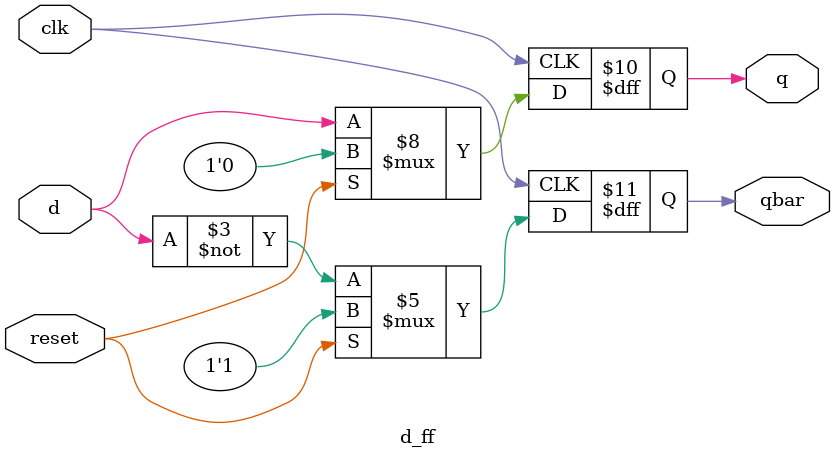
<source format=v>
module d_ff(
		// Synchronous Inputs
		input	d,
		input clk,

		// Reset Input
		input reset,	// Clear

		output	reg q,
		output	reg qbar
					);

// DUT

// Edge Sensitive/Triggered Synchronous Flop
always @(posedge clk)

	if(reset)
		begin
		q		=	1'b0;
		qbar	=	~q;
		end

	else
		begin
		q	= 	d;	// Characterisic Equation
		qbar	<= 	~q;
		end
	
endmodule


</source>
